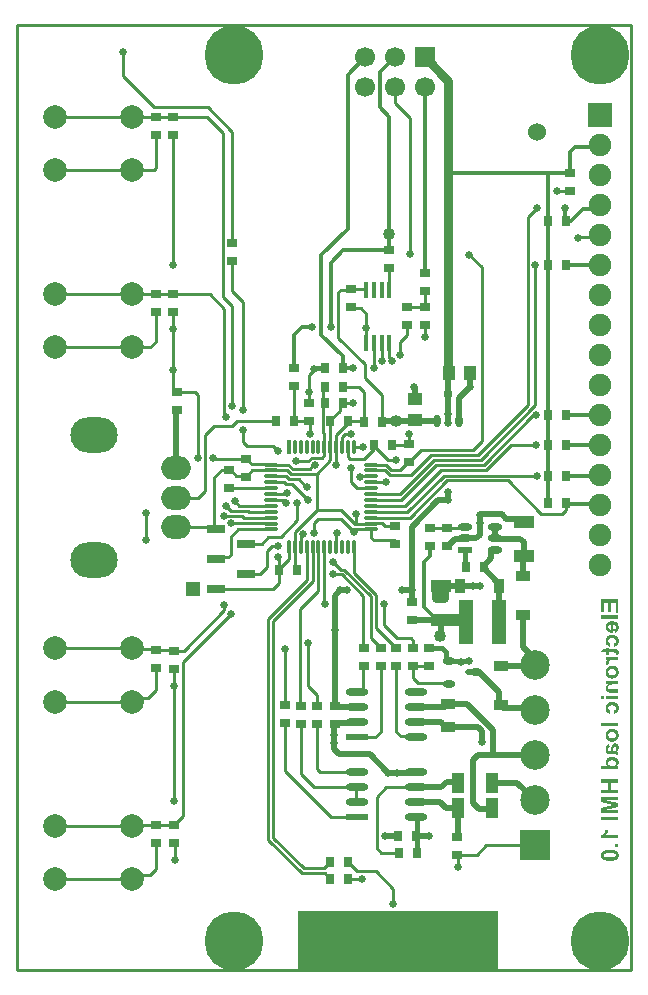
<source format=gbl>
G04*
G04 #@! TF.GenerationSoftware,Altium Limited,Altium Designer,19.0.14 (431)*
G04*
G04 Layer_Physical_Order=2*
G04 Layer_Color=8865052*
%FSLAX25Y25*%
%MOIN*%
G70*
G01*
G75*
%ADD10C,0.01000*%
%ADD11C,0.00700*%
%ADD30C,0.01200*%
%ADD31C,0.02000*%
%ADD32C,0.01500*%
%ADD34C,0.09843*%
%ADD35R,0.09843X0.09843*%
%ADD36C,0.06693*%
%ADD37R,0.06693X0.06693*%
%ADD38C,0.06000*%
%ADD39O,0.15748X0.11811*%
%ADD40O,0.09843X0.07874*%
%ADD41C,0.07874*%
%ADD42C,0.19685*%
%ADD43C,0.07500*%
%ADD44R,0.08000X0.08000*%
%ADD45C,0.02559*%
%ADD46R,0.03543X0.02756*%
%ADD47R,0.03543X0.04724*%
%ADD48R,0.04724X0.03543*%
%ADD49R,0.06000X0.02913*%
%ADD50O,0.01575X0.05512*%
%ADD51R,0.01575X0.05512*%
%ADD52O,0.02362X0.04331*%
%ADD53R,0.04724X0.02362*%
%ADD54O,0.04724X0.02362*%
%ADD55R,0.02756X0.03543*%
%ADD56C,0.04000*%
%ADD57R,0.01181X0.04724*%
%ADD58O,0.01181X0.04724*%
%ADD59O,0.04724X0.01181*%
%ADD60O,0.04331X0.02362*%
%ADD61R,0.07500X0.02400*%
%ADD62O,0.07500X0.02400*%
%ADD63R,0.05118X0.03543*%
%ADD64R,0.05118X0.03937*%
%ADD65R,0.03937X0.05118*%
%ADD66R,0.04331X0.06693*%
%ADD67R,0.04724X0.14567*%
%ADD68R,0.06693X0.04331*%
%ADD69C,0.03000*%
%ADD70C,0.04000*%
%ADD71R,0.04600X0.04527*%
%ADD72R,0.66900X0.19700*%
G36*
X94400Y19900D02*
D01*
D02*
G37*
G36*
X200500Y119091D02*
X199525D01*
Y122309D01*
X197958D01*
Y119421D01*
X196983D01*
Y122309D01*
X195707D01*
Y119204D01*
X194732D01*
Y123471D01*
X200500D01*
Y119091D01*
D02*
G37*
G36*
Y117014D02*
X194732D01*
Y118116D01*
X200500D01*
Y117014D01*
D02*
G37*
G36*
X198602Y116196D02*
X198760Y116189D01*
X198902Y116166D01*
X199038Y116136D01*
X199165Y116106D01*
X199285Y116076D01*
X199390Y116039D01*
X199487Y115994D01*
X199577Y115956D01*
X199660Y115919D01*
X199727Y115889D01*
X199780Y115859D01*
X199825Y115829D01*
X199855Y115806D01*
X199878Y115799D01*
X199885Y115791D01*
X200012Y115686D01*
X200117Y115574D01*
X200215Y115454D01*
X200297Y115319D01*
X200365Y115191D01*
X200425Y115056D01*
X200470Y114921D01*
X200507Y114794D01*
X200537Y114674D01*
X200560Y114554D01*
X200575Y114456D01*
X200583Y114366D01*
X200590Y114291D01*
X200598Y114231D01*
Y114186D01*
X200583Y113939D01*
X200545Y113714D01*
X200500Y113519D01*
X200470Y113436D01*
X200440Y113354D01*
X200410Y113279D01*
X200380Y113219D01*
X200358Y113166D01*
X200335Y113121D01*
X200312Y113084D01*
X200297Y113061D01*
X200283Y113046D01*
Y113039D01*
X200155Y112881D01*
X200005Y112739D01*
X199855Y112626D01*
X199705Y112529D01*
X199570Y112454D01*
X199510Y112431D01*
X199458Y112401D01*
X199420Y112386D01*
X199390Y112371D01*
X199367Y112364D01*
X199360D01*
X199172Y113466D01*
X199285Y113504D01*
X199382Y113549D01*
X199458Y113594D01*
X199525Y113639D01*
X199577Y113684D01*
X199608Y113714D01*
X199630Y113736D01*
X199637Y113744D01*
X199682Y113811D01*
X199713Y113886D01*
X199742Y113954D01*
X199758Y114021D01*
X199765Y114081D01*
X199773Y114126D01*
Y114171D01*
X199758Y114306D01*
X199727Y114434D01*
X199690Y114539D01*
X199637Y114636D01*
X199585Y114711D01*
X199548Y114764D01*
X199518Y114794D01*
X199503Y114809D01*
X199390Y114891D01*
X199262Y114959D01*
X199135Y115004D01*
X199015Y115034D01*
X198902Y115056D01*
X198812Y115064D01*
X198775Y115071D01*
X198752D01*
X198738D01*
X198730D01*
Y112304D01*
X198497D01*
X198287Y112319D01*
X198085Y112341D01*
X197898Y112371D01*
X197732Y112416D01*
X197575Y112454D01*
X197440Y112506D01*
X197312Y112551D01*
X197200Y112604D01*
X197110Y112649D01*
X197028Y112694D01*
X196960Y112739D01*
X196915Y112769D01*
X196878Y112799D01*
X196855Y112814D01*
X196847Y112821D01*
X196735Y112926D01*
X196645Y113039D01*
X196555Y113159D01*
X196487Y113279D01*
X196428Y113399D01*
X196375Y113526D01*
X196337Y113646D01*
X196300Y113759D01*
X196277Y113871D01*
X196255Y113969D01*
X196247Y114059D01*
X196232Y114134D01*
Y114201D01*
X196225Y114246D01*
Y114291D01*
X196232Y114441D01*
X196247Y114591D01*
X196277Y114726D01*
X196315Y114854D01*
X196360Y114981D01*
X196413Y115094D01*
X196465Y115191D01*
X196518Y115289D01*
X196578Y115371D01*
X196630Y115446D01*
X196683Y115514D01*
X196728Y115566D01*
X196765Y115611D01*
X196795Y115641D01*
X196810Y115656D01*
X196818Y115664D01*
X196930Y115761D01*
X197057Y115844D01*
X197185Y115911D01*
X197320Y115979D01*
X197455Y116031D01*
X197590Y116069D01*
X197725Y116106D01*
X197853Y116136D01*
X197973Y116159D01*
X198085Y116174D01*
X198190Y116189D01*
X198273Y116196D01*
X198347D01*
X198400Y116204D01*
X198430D01*
X198445D01*
X198602Y116196D01*
D02*
G37*
G36*
X198610Y111636D02*
X198783Y111621D01*
X198948Y111591D01*
X199105Y111561D01*
X199248Y111516D01*
X199375Y111471D01*
X199495Y111426D01*
X199600Y111374D01*
X199697Y111321D01*
X199780Y111276D01*
X199855Y111231D01*
X199915Y111186D01*
X199960Y111156D01*
X199990Y111126D01*
X200012Y111111D01*
X200020Y111104D01*
X200125Y110999D01*
X200207Y110886D01*
X200290Y110766D01*
X200350Y110646D01*
X200410Y110519D01*
X200455Y110399D01*
X200493Y110279D01*
X200522Y110166D01*
X200553Y110061D01*
X200568Y109956D01*
X200583Y109866D01*
X200590Y109791D01*
Y109731D01*
X200598Y109679D01*
Y109641D01*
X200590Y109491D01*
X200583Y109356D01*
X200560Y109221D01*
X200537Y109101D01*
X200507Y108989D01*
X200478Y108884D01*
X200448Y108786D01*
X200410Y108696D01*
X200373Y108621D01*
X200342Y108554D01*
X200312Y108494D01*
X200283Y108449D01*
X200260Y108411D01*
X200237Y108381D01*
X200230Y108366D01*
X200222Y108359D01*
X200148Y108269D01*
X200065Y108194D01*
X199885Y108051D01*
X199697Y107939D01*
X199510Y107849D01*
X199427Y107819D01*
X199345Y107789D01*
X199277Y107759D01*
X199210Y107744D01*
X199165Y107729D01*
X199120Y107714D01*
X199098Y107706D01*
X199090D01*
X198902Y108794D01*
X199053Y108831D01*
X199188Y108876D01*
X199293Y108921D01*
X199382Y108966D01*
X199443Y109011D01*
X199487Y109049D01*
X199518Y109071D01*
X199525Y109079D01*
X199585Y109161D01*
X199622Y109244D01*
X199653Y109334D01*
X199675Y109416D01*
X199690Y109484D01*
X199697Y109544D01*
Y109596D01*
X199682Y109746D01*
X199653Y109874D01*
X199600Y109994D01*
X199540Y110084D01*
X199487Y110166D01*
X199435Y110219D01*
X199405Y110249D01*
X199390Y110264D01*
X199330Y110309D01*
X199255Y110346D01*
X199098Y110406D01*
X198925Y110451D01*
X198752Y110481D01*
X198588Y110496D01*
X198520Y110504D01*
X198460D01*
X198407Y110511D01*
X198370D01*
X198347D01*
X198340D01*
X198220D01*
X198108Y110504D01*
X198003Y110489D01*
X197913Y110474D01*
X197822Y110459D01*
X197748Y110436D01*
X197672Y110414D01*
X197613Y110391D01*
X197560Y110369D01*
X197515Y110346D01*
X197470Y110324D01*
X197440Y110309D01*
X197403Y110279D01*
X197388Y110271D01*
X197290Y110174D01*
X197215Y110061D01*
X197162Y109949D01*
X197133Y109844D01*
X197110Y109746D01*
X197102Y109671D01*
X197095Y109641D01*
Y109604D01*
X197102Y109491D01*
X197117Y109394D01*
X197148Y109311D01*
X197178Y109236D01*
X197207Y109176D01*
X197238Y109139D01*
X197253Y109109D01*
X197260Y109101D01*
X197327Y109034D01*
X197403Y108981D01*
X197485Y108936D01*
X197567Y108899D01*
X197635Y108876D01*
X197695Y108861D01*
X197732Y108846D01*
X197740D01*
X197748D01*
X197553Y107759D01*
X197432Y107796D01*
X197320Y107841D01*
X197215Y107894D01*
X197117Y107946D01*
X197028Y107999D01*
X196945Y108051D01*
X196870Y108111D01*
X196802Y108164D01*
X196742Y108209D01*
X196697Y108261D01*
X196652Y108299D01*
X196615Y108336D01*
X196592Y108366D01*
X196570Y108389D01*
X196555Y108404D01*
Y108411D01*
X196495Y108501D01*
X196442Y108591D01*
X196368Y108786D01*
X196308Y108989D01*
X196263Y109184D01*
X196255Y109274D01*
X196240Y109356D01*
X196232Y109431D01*
Y109491D01*
X196225Y109544D01*
Y109619D01*
X196232Y109791D01*
X196247Y109949D01*
X196277Y110106D01*
X196315Y110249D01*
X196360Y110376D01*
X196405Y110504D01*
X196458Y110609D01*
X196510Y110714D01*
X196570Y110804D01*
X196623Y110879D01*
X196668Y110946D01*
X196713Y111006D01*
X196750Y111044D01*
X196780Y111081D01*
X196795Y111096D01*
X196802Y111104D01*
X196915Y111201D01*
X197035Y111284D01*
X197162Y111351D01*
X197298Y111419D01*
X197432Y111471D01*
X197567Y111509D01*
X197703Y111546D01*
X197830Y111576D01*
X197950Y111599D01*
X198063Y111614D01*
X198160Y111629D01*
X198250Y111636D01*
X198325D01*
X198378Y111644D01*
X198407D01*
X198423D01*
X198610Y111636D01*
D02*
G37*
G36*
X197200Y106874D02*
X199030D01*
X199135D01*
X199232D01*
X199322D01*
X199398Y106866D01*
X199472D01*
X199532D01*
X199637Y106859D01*
X199720Y106851D01*
X199773D01*
X199802Y106844D01*
X199810D01*
X199908Y106821D01*
X199990Y106799D01*
X200065Y106776D01*
X200125Y106746D01*
X200178Y106724D01*
X200215Y106701D01*
X200237Y106694D01*
X200245Y106686D01*
X200297Y106641D01*
X200350Y106581D01*
X200432Y106469D01*
X200463Y106416D01*
X200485Y106371D01*
X200493Y106341D01*
X200500Y106334D01*
X200530Y106244D01*
X200553Y106146D01*
X200575Y106056D01*
X200583Y105974D01*
X200590Y105906D01*
X200598Y105854D01*
Y105801D01*
X200590Y105621D01*
X200575Y105456D01*
X200545Y105306D01*
X200515Y105179D01*
X200493Y105074D01*
X200463Y104991D01*
X200455Y104961D01*
X200448Y104939D01*
X200440Y104931D01*
Y104924D01*
X199577Y105021D01*
X199615Y105126D01*
X199637Y105216D01*
X199660Y105291D01*
X199668Y105351D01*
X199675Y105404D01*
X199682Y105434D01*
Y105464D01*
X199675Y105539D01*
X199653Y105606D01*
X199637Y105644D01*
X199630Y105651D01*
Y105659D01*
X199585Y105704D01*
X199540Y105734D01*
X199510Y105749D01*
X199495Y105756D01*
X199472D01*
X199443Y105764D01*
X199360D01*
X199262D01*
X199158Y105771D01*
X199060D01*
X198977D01*
X198940D01*
X198917D01*
X198902D01*
X198895D01*
X197200D01*
Y105014D01*
X196323D01*
Y105771D01*
X194837D01*
X195490Y106874D01*
X196323D01*
Y107384D01*
X197200D01*
Y106874D01*
D02*
G37*
G36*
X200500Y103184D02*
X199210D01*
X199015D01*
X198843Y103176D01*
X198685D01*
X198542Y103169D01*
X198415Y103161D01*
X198302Y103154D01*
X198197Y103146D01*
X198115Y103139D01*
X198040Y103131D01*
X197973Y103124D01*
X197927Y103116D01*
X197882Y103109D01*
X197853Y103101D01*
X197830Y103094D01*
X197815D01*
X197695Y103056D01*
X197598Y103019D01*
X197522Y102974D01*
X197455Y102936D01*
X197410Y102899D01*
X197372Y102869D01*
X197357Y102854D01*
X197350Y102846D01*
X197305Y102779D01*
X197275Y102711D01*
X197245Y102644D01*
X197230Y102584D01*
X197222Y102524D01*
X197215Y102479D01*
Y102441D01*
X197222Y102351D01*
X197245Y102261D01*
X197275Y102171D01*
X197305Y102089D01*
X197343Y102021D01*
X197372Y101969D01*
X197395Y101939D01*
X197403Y101924D01*
X196435Y101579D01*
X196368Y101714D01*
X196315Y101841D01*
X196277Y101969D01*
X196247Y102081D01*
X196232Y102171D01*
X196225Y102246D01*
Y102314D01*
X196232Y102411D01*
X196247Y102501D01*
X196270Y102576D01*
X196292Y102651D01*
X196323Y102704D01*
X196345Y102749D01*
X196360Y102779D01*
X196368Y102786D01*
X196428Y102869D01*
X196510Y102951D01*
X196600Y103026D01*
X196697Y103101D01*
X196780Y103161D01*
X196855Y103214D01*
X196885Y103236D01*
X196907Y103244D01*
X196915Y103259D01*
X196323D01*
Y104286D01*
X200500D01*
Y103184D01*
D02*
G37*
G36*
X198617Y101346D02*
X198850Y101316D01*
X198955Y101301D01*
X199060Y101279D01*
X199150Y101249D01*
X199232Y101226D01*
X199315Y101204D01*
X199382Y101174D01*
X199435Y101151D01*
X199487Y101136D01*
X199525Y101114D01*
X199555Y101106D01*
X199570Y101091D01*
X199577D01*
X199758Y100979D01*
X199908Y100851D01*
X200043Y100724D01*
X200148Y100596D01*
X200230Y100484D01*
X200268Y100431D01*
X200290Y100386D01*
X200312Y100356D01*
X200327Y100326D01*
X200342Y100311D01*
Y100304D01*
X200425Y100109D01*
X200493Y99906D01*
X200537Y99726D01*
X200568Y99554D01*
X200575Y99479D01*
X200583Y99411D01*
X200590Y99351D01*
Y99299D01*
X200598Y99261D01*
Y99201D01*
X200590Y99029D01*
X200568Y98871D01*
X200537Y98714D01*
X200500Y98571D01*
X200455Y98436D01*
X200402Y98309D01*
X200342Y98196D01*
X200283Y98084D01*
X200230Y97994D01*
X200170Y97904D01*
X200117Y97836D01*
X200073Y97776D01*
X200035Y97724D01*
X200005Y97694D01*
X199983Y97671D01*
X199975Y97664D01*
X199855Y97559D01*
X199727Y97461D01*
X199600Y97379D01*
X199465Y97311D01*
X199330Y97251D01*
X199203Y97199D01*
X199075Y97161D01*
X198955Y97124D01*
X198843Y97101D01*
X198738Y97079D01*
X198640Y97064D01*
X198557Y97056D01*
X198490D01*
X198445Y97049D01*
X198407D01*
X198400D01*
X198228Y97056D01*
X198063Y97071D01*
X197905Y97101D01*
X197763Y97146D01*
X197627Y97191D01*
X197500Y97244D01*
X197380Y97296D01*
X197275Y97349D01*
X197178Y97409D01*
X197095Y97461D01*
X197020Y97514D01*
X196960Y97559D01*
X196907Y97596D01*
X196878Y97626D01*
X196855Y97649D01*
X196847Y97656D01*
X196735Y97776D01*
X196645Y97896D01*
X196555Y98024D01*
X196487Y98159D01*
X196428Y98286D01*
X196375Y98414D01*
X196337Y98541D01*
X196300Y98661D01*
X196277Y98781D01*
X196255Y98886D01*
X196247Y98976D01*
X196232Y99059D01*
Y99126D01*
X196225Y99171D01*
Y99216D01*
X196240Y99441D01*
X196270Y99644D01*
X196315Y99831D01*
X196360Y99996D01*
X196390Y100071D01*
X196413Y100131D01*
X196435Y100191D01*
X196458Y100236D01*
X196480Y100274D01*
X196487Y100304D01*
X196502Y100319D01*
Y100326D01*
X196615Y100499D01*
X196742Y100656D01*
X196870Y100784D01*
X196997Y100896D01*
X197110Y100979D01*
X197162Y101016D01*
X197207Y101039D01*
X197238Y101061D01*
X197267Y101076D01*
X197283Y101091D01*
X197290D01*
X197485Y101181D01*
X197672Y101249D01*
X197853Y101294D01*
X198018Y101324D01*
X198085Y101339D01*
X198152Y101346D01*
X198213Y101354D01*
X198258D01*
X198302Y101361D01*
X198333D01*
X198347D01*
X198355D01*
X198617Y101346D01*
D02*
G37*
G36*
X200500Y95099D02*
X198610D01*
X198483D01*
X198370Y95091D01*
X198265D01*
X198168Y95084D01*
X198077Y95076D01*
X198003Y95069D01*
X197927Y95061D01*
X197868Y95054D01*
X197815Y95046D01*
X197770Y95039D01*
X197732D01*
X197703Y95031D01*
X197665Y95016D01*
X197650D01*
X197560Y94979D01*
X197470Y94934D01*
X197403Y94881D01*
X197343Y94829D01*
X197290Y94776D01*
X197260Y94739D01*
X197238Y94709D01*
X197230Y94701D01*
X197178Y94611D01*
X197140Y94521D01*
X197110Y94439D01*
X197095Y94356D01*
X197080Y94289D01*
X197073Y94229D01*
Y94184D01*
X197080Y94101D01*
X197088Y94026D01*
X197110Y93959D01*
X197125Y93899D01*
X197148Y93854D01*
X197170Y93824D01*
X197178Y93801D01*
X197185Y93794D01*
X197230Y93741D01*
X197283Y93689D01*
X197335Y93651D01*
X197388Y93621D01*
X197432Y93591D01*
X197470Y93576D01*
X197493Y93561D01*
X197500D01*
X197545Y93546D01*
X197590Y93539D01*
X197650Y93524D01*
X197717Y93516D01*
X197860Y93501D01*
X198010Y93494D01*
X198145Y93486D01*
X198205D01*
X198258D01*
X198302D01*
X198340D01*
X198363D01*
X198370D01*
X200500D01*
Y92384D01*
X197905D01*
X197732D01*
X197582Y92391D01*
X197462Y92406D01*
X197350Y92414D01*
X197267Y92429D01*
X197207Y92444D01*
X197178Y92451D01*
X197162D01*
X197065Y92481D01*
X196983Y92511D01*
X196900Y92549D01*
X196833Y92579D01*
X196773Y92616D01*
X196735Y92646D01*
X196705Y92661D01*
X196697Y92669D01*
X196623Y92729D01*
X196563Y92804D01*
X196502Y92879D01*
X196450Y92954D01*
X196413Y93021D01*
X196382Y93074D01*
X196368Y93111D01*
X196360Y93126D01*
X196315Y93239D01*
X196285Y93359D01*
X196255Y93471D01*
X196240Y93569D01*
X196232Y93659D01*
X196225Y93734D01*
Y93794D01*
X196232Y93944D01*
X196255Y94094D01*
X196292Y94229D01*
X196337Y94364D01*
X196390Y94484D01*
X196450Y94596D01*
X196518Y94701D01*
X196578Y94799D01*
X196645Y94881D01*
X196713Y94956D01*
X196773Y95024D01*
X196825Y95076D01*
X196870Y95121D01*
X196907Y95151D01*
X196930Y95166D01*
X196938Y95174D01*
X196323D01*
Y96201D01*
X200500D01*
Y95099D01*
D02*
G37*
G36*
Y90164D02*
X196323D01*
Y91266D01*
X200500D01*
Y90164D01*
D02*
G37*
G36*
X195753D02*
X194732D01*
Y91266D01*
X195753D01*
Y90164D01*
D02*
G37*
G36*
X198610Y89264D02*
X198783Y89249D01*
X198948Y89219D01*
X199105Y89189D01*
X199248Y89144D01*
X199375Y89099D01*
X199495Y89054D01*
X199600Y89001D01*
X199697Y88949D01*
X199780Y88904D01*
X199855Y88859D01*
X199915Y88814D01*
X199960Y88784D01*
X199990Y88754D01*
X200012Y88739D01*
X200020Y88731D01*
X200125Y88626D01*
X200207Y88514D01*
X200290Y88394D01*
X200350Y88274D01*
X200410Y88146D01*
X200455Y88026D01*
X200493Y87906D01*
X200522Y87794D01*
X200553Y87689D01*
X200568Y87584D01*
X200583Y87494D01*
X200590Y87419D01*
Y87359D01*
X200598Y87306D01*
Y87269D01*
X200590Y87119D01*
X200583Y86984D01*
X200560Y86849D01*
X200537Y86729D01*
X200507Y86616D01*
X200478Y86511D01*
X200448Y86414D01*
X200410Y86324D01*
X200373Y86249D01*
X200342Y86181D01*
X200312Y86121D01*
X200283Y86076D01*
X200260Y86039D01*
X200237Y86009D01*
X200230Y85994D01*
X200222Y85986D01*
X200148Y85896D01*
X200065Y85821D01*
X199885Y85679D01*
X199697Y85566D01*
X199510Y85476D01*
X199427Y85446D01*
X199345Y85416D01*
X199277Y85386D01*
X199210Y85371D01*
X199165Y85356D01*
X199120Y85341D01*
X199098Y85334D01*
X199090D01*
X198902Y86421D01*
X199053Y86459D01*
X199188Y86504D01*
X199293Y86549D01*
X199382Y86594D01*
X199443Y86639D01*
X199487Y86676D01*
X199518Y86699D01*
X199525Y86706D01*
X199585Y86789D01*
X199622Y86871D01*
X199653Y86961D01*
X199675Y87044D01*
X199690Y87111D01*
X199697Y87171D01*
Y87224D01*
X199682Y87374D01*
X199653Y87501D01*
X199600Y87621D01*
X199540Y87711D01*
X199487Y87794D01*
X199435Y87846D01*
X199405Y87876D01*
X199390Y87891D01*
X199330Y87936D01*
X199255Y87974D01*
X199098Y88034D01*
X198925Y88079D01*
X198752Y88109D01*
X198588Y88124D01*
X198520Y88131D01*
X198460D01*
X198407Y88139D01*
X198370D01*
X198347D01*
X198340D01*
X198220D01*
X198108Y88131D01*
X198003Y88116D01*
X197913Y88101D01*
X197822Y88086D01*
X197748Y88064D01*
X197672Y88041D01*
X197613Y88019D01*
X197560Y87996D01*
X197515Y87974D01*
X197470Y87951D01*
X197440Y87936D01*
X197403Y87906D01*
X197388Y87899D01*
X197290Y87801D01*
X197215Y87689D01*
X197162Y87576D01*
X197133Y87471D01*
X197110Y87374D01*
X197102Y87299D01*
X197095Y87269D01*
Y87231D01*
X197102Y87119D01*
X197117Y87021D01*
X197148Y86939D01*
X197178Y86864D01*
X197207Y86804D01*
X197238Y86766D01*
X197253Y86736D01*
X197260Y86729D01*
X197327Y86661D01*
X197403Y86609D01*
X197485Y86564D01*
X197567Y86526D01*
X197635Y86504D01*
X197695Y86489D01*
X197732Y86474D01*
X197740D01*
X197748D01*
X197553Y85386D01*
X197432Y85424D01*
X197320Y85469D01*
X197215Y85521D01*
X197117Y85574D01*
X197028Y85626D01*
X196945Y85679D01*
X196870Y85739D01*
X196802Y85791D01*
X196742Y85836D01*
X196697Y85889D01*
X196652Y85926D01*
X196615Y85964D01*
X196592Y85994D01*
X196570Y86016D01*
X196555Y86031D01*
Y86039D01*
X196495Y86129D01*
X196442Y86219D01*
X196368Y86414D01*
X196308Y86616D01*
X196263Y86811D01*
X196255Y86901D01*
X196240Y86984D01*
X196232Y87059D01*
Y87119D01*
X196225Y87171D01*
Y87246D01*
X196232Y87419D01*
X196247Y87576D01*
X196277Y87734D01*
X196315Y87876D01*
X196360Y88004D01*
X196405Y88131D01*
X196458Y88236D01*
X196510Y88341D01*
X196570Y88431D01*
X196623Y88506D01*
X196668Y88574D01*
X196713Y88634D01*
X196750Y88671D01*
X196780Y88709D01*
X196795Y88724D01*
X196802Y88731D01*
X196915Y88829D01*
X197035Y88911D01*
X197162Y88979D01*
X197298Y89046D01*
X197432Y89099D01*
X197567Y89136D01*
X197703Y89174D01*
X197830Y89204D01*
X197950Y89226D01*
X198063Y89241D01*
X198160Y89256D01*
X198250Y89264D01*
X198325D01*
X198378Y89271D01*
X198407D01*
X198423D01*
X198610Y89264D01*
D02*
G37*
G36*
X200500Y81216D02*
X194732D01*
Y82319D01*
X200500D01*
Y81216D01*
D02*
G37*
G36*
X198617Y80324D02*
X198850Y80294D01*
X198955Y80279D01*
X199060Y80256D01*
X199150Y80226D01*
X199232Y80204D01*
X199315Y80181D01*
X199382Y80151D01*
X199435Y80129D01*
X199487Y80114D01*
X199525Y80091D01*
X199555Y80084D01*
X199570Y80069D01*
X199577D01*
X199758Y79956D01*
X199908Y79829D01*
X200043Y79701D01*
X200148Y79574D01*
X200230Y79461D01*
X200268Y79409D01*
X200290Y79364D01*
X200312Y79334D01*
X200327Y79304D01*
X200342Y79289D01*
Y79281D01*
X200425Y79086D01*
X200493Y78884D01*
X200537Y78704D01*
X200568Y78531D01*
X200575Y78456D01*
X200583Y78389D01*
X200590Y78329D01*
Y78276D01*
X200598Y78239D01*
Y78179D01*
X200590Y78006D01*
X200568Y77849D01*
X200537Y77691D01*
X200500Y77549D01*
X200455Y77414D01*
X200402Y77286D01*
X200342Y77174D01*
X200283Y77061D01*
X200230Y76971D01*
X200170Y76881D01*
X200117Y76814D01*
X200073Y76754D01*
X200035Y76701D01*
X200005Y76671D01*
X199983Y76649D01*
X199975Y76641D01*
X199855Y76536D01*
X199727Y76439D01*
X199600Y76356D01*
X199465Y76289D01*
X199330Y76229D01*
X199203Y76176D01*
X199075Y76139D01*
X198955Y76101D01*
X198843Y76079D01*
X198738Y76056D01*
X198640Y76041D01*
X198557Y76034D01*
X198490D01*
X198445Y76026D01*
X198407D01*
X198400D01*
X198228Y76034D01*
X198063Y76049D01*
X197905Y76079D01*
X197763Y76124D01*
X197627Y76169D01*
X197500Y76221D01*
X197380Y76274D01*
X197275Y76326D01*
X197178Y76386D01*
X197095Y76439D01*
X197020Y76491D01*
X196960Y76536D01*
X196907Y76574D01*
X196878Y76604D01*
X196855Y76626D01*
X196847Y76634D01*
X196735Y76754D01*
X196645Y76874D01*
X196555Y77001D01*
X196487Y77136D01*
X196428Y77264D01*
X196375Y77391D01*
X196337Y77519D01*
X196300Y77639D01*
X196277Y77759D01*
X196255Y77864D01*
X196247Y77954D01*
X196232Y78036D01*
Y78104D01*
X196225Y78149D01*
Y78194D01*
X196240Y78419D01*
X196270Y78621D01*
X196315Y78809D01*
X196360Y78974D01*
X196390Y79049D01*
X196413Y79109D01*
X196435Y79169D01*
X196458Y79214D01*
X196480Y79251D01*
X196487Y79281D01*
X196502Y79296D01*
Y79304D01*
X196615Y79476D01*
X196742Y79634D01*
X196870Y79761D01*
X196997Y79874D01*
X197110Y79956D01*
X197162Y79994D01*
X197207Y80016D01*
X197238Y80039D01*
X197267Y80054D01*
X197283Y80069D01*
X197290D01*
X197485Y80159D01*
X197672Y80226D01*
X197853Y80271D01*
X198018Y80301D01*
X198085Y80316D01*
X198152Y80324D01*
X198213Y80331D01*
X198258D01*
X198302Y80339D01*
X198333D01*
X198347D01*
X198355D01*
X198617Y80324D01*
D02*
G37*
G36*
X199465Y75449D02*
X199555Y75441D01*
X199727Y75396D01*
X199885Y75336D01*
X200012Y75269D01*
X200110Y75201D01*
X200192Y75149D01*
X200215Y75119D01*
X200237Y75104D01*
X200245Y75096D01*
X200253Y75089D01*
X200312Y75014D01*
X200365Y74939D01*
X200455Y74774D01*
X200515Y74601D01*
X200553Y74436D01*
X200583Y74294D01*
X200590Y74226D01*
Y74174D01*
X200598Y74129D01*
Y74069D01*
X200590Y73934D01*
X200575Y73806D01*
X200553Y73694D01*
X200530Y73589D01*
X200507Y73506D01*
X200485Y73439D01*
X200470Y73401D01*
X200463Y73386D01*
X200402Y73266D01*
X200342Y73154D01*
X200275Y73049D01*
X200207Y72959D01*
X200148Y72884D01*
X200095Y72831D01*
X200065Y72794D01*
X200050Y72779D01*
X200080Y72764D01*
X200125Y72756D01*
X200163Y72741D01*
X200170D01*
X200178D01*
X200253Y72719D01*
X200320Y72696D01*
X200373Y72674D01*
X200417Y72659D01*
X200455Y72644D01*
X200478Y72636D01*
X200493Y72629D01*
X200500D01*
Y71534D01*
X200395Y71586D01*
X200290Y71631D01*
X200192Y71661D01*
X200110Y71691D01*
X200043Y71714D01*
X199990Y71729D01*
X199960Y71736D01*
X199945D01*
X199832Y71751D01*
X199705Y71766D01*
X199570Y71774D01*
X199435Y71781D01*
X199315Y71789D01*
X199262D01*
X199217D01*
X199180D01*
X199150D01*
X199135D01*
X199127D01*
X197837Y71774D01*
X197710D01*
X197590Y71781D01*
X197477Y71789D01*
X197380Y71796D01*
X197290Y71811D01*
X197207Y71819D01*
X197133Y71834D01*
X197073Y71849D01*
X197020Y71864D01*
X196967Y71879D01*
X196930Y71886D01*
X196900Y71901D01*
X196862Y71916D01*
X196847Y71924D01*
X196750Y71991D01*
X196668Y72066D01*
X196585Y72149D01*
X196525Y72231D01*
X196473Y72314D01*
X196435Y72374D01*
X196413Y72419D01*
X196405Y72426D01*
Y72434D01*
X196375Y72509D01*
X196345Y72584D01*
X196300Y72756D01*
X196270Y72944D01*
X196247Y73116D01*
X196240Y73206D01*
X196232Y73281D01*
Y73356D01*
X196225Y73416D01*
Y73686D01*
X196240Y73821D01*
X196255Y73956D01*
X196270Y74076D01*
X196292Y74181D01*
X196323Y74286D01*
X196345Y74376D01*
X196375Y74459D01*
X196405Y74526D01*
X196428Y74594D01*
X196458Y74646D01*
X196480Y74691D01*
X196495Y74721D01*
X196510Y74744D01*
X196525Y74759D01*
Y74766D01*
X196645Y74909D01*
X196788Y75029D01*
X196938Y75134D01*
X197088Y75209D01*
X197215Y75269D01*
X197275Y75291D01*
X197327Y75314D01*
X197365Y75329D01*
X197395Y75336D01*
X197417Y75344D01*
X197425D01*
X197605Y74346D01*
X197500Y74309D01*
X197417Y74264D01*
X197343Y74219D01*
X197290Y74181D01*
X197245Y74144D01*
X197215Y74114D01*
X197200Y74091D01*
X197193Y74084D01*
X197155Y74016D01*
X197125Y73941D01*
X197102Y73866D01*
X197088Y73791D01*
X197080Y73724D01*
X197073Y73671D01*
Y73619D01*
X197080Y73469D01*
X197095Y73341D01*
X197117Y73236D01*
X197140Y73161D01*
X197170Y73101D01*
X197193Y73056D01*
X197207Y73034D01*
X197215Y73026D01*
X197275Y72974D01*
X197343Y72929D01*
X197417Y72899D01*
X197500Y72884D01*
X197567Y72869D01*
X197627Y72861D01*
X197665D01*
X197672D01*
X197680D01*
X197785D01*
X197808Y72921D01*
X197830Y72996D01*
X197860Y73071D01*
X197882Y73154D01*
X197927Y73334D01*
X197973Y73514D01*
X198010Y73679D01*
X198025Y73754D01*
X198040Y73814D01*
X198047Y73866D01*
X198055Y73904D01*
X198063Y73934D01*
Y73941D01*
X198100Y74144D01*
X198145Y74316D01*
X198190Y74466D01*
X198228Y74594D01*
X198265Y74691D01*
X198295Y74759D01*
X198310Y74804D01*
X198318Y74819D01*
X198378Y74924D01*
X198445Y75021D01*
X198512Y75096D01*
X198580Y75164D01*
X198640Y75224D01*
X198693Y75261D01*
X198723Y75284D01*
X198738Y75291D01*
X198843Y75344D01*
X198955Y75389D01*
X199060Y75419D01*
X199158Y75434D01*
X199240Y75449D01*
X199308Y75456D01*
X199353D01*
X199360D01*
X199367D01*
X199465Y75449D01*
D02*
G37*
G36*
X198588Y70926D02*
X198767Y70911D01*
X198940Y70889D01*
X199090Y70851D01*
X199240Y70814D01*
X199367Y70769D01*
X199495Y70724D01*
X199600Y70679D01*
X199697Y70634D01*
X199780Y70581D01*
X199855Y70544D01*
X199915Y70506D01*
X199960Y70469D01*
X199990Y70446D01*
X200012Y70431D01*
X200020Y70424D01*
X200125Y70326D01*
X200207Y70221D01*
X200290Y70124D01*
X200350Y70019D01*
X200410Y69914D01*
X200455Y69809D01*
X200493Y69711D01*
X200522Y69614D01*
X200553Y69531D01*
X200568Y69449D01*
X200583Y69374D01*
X200590Y69314D01*
Y69261D01*
X200598Y69224D01*
Y69194D01*
X200590Y69059D01*
X200568Y68931D01*
X200545Y68811D01*
X200507Y68706D01*
X200478Y68616D01*
X200455Y68549D01*
X200432Y68504D01*
X200425Y68489D01*
X200350Y68361D01*
X200268Y68249D01*
X200178Y68144D01*
X200087Y68054D01*
X200012Y67979D01*
X199952Y67926D01*
X199908Y67896D01*
X199900Y67881D01*
X200500D01*
Y66854D01*
X194732D01*
Y67956D01*
X196810D01*
X196705Y68054D01*
X196615Y68159D01*
X196540Y68264D01*
X196473Y68361D01*
X196413Y68466D01*
X196368Y68571D01*
X196330Y68669D01*
X196300Y68759D01*
X196277Y68841D01*
X196255Y68924D01*
X196240Y68991D01*
X196232Y69051D01*
X196225Y69104D01*
Y69171D01*
X196232Y69314D01*
X196247Y69449D01*
X196277Y69569D01*
X196315Y69689D01*
X196353Y69801D01*
X196397Y69906D01*
X196450Y70004D01*
X196502Y70094D01*
X196555Y70169D01*
X196607Y70236D01*
X196652Y70296D01*
X196690Y70349D01*
X196728Y70386D01*
X196757Y70416D01*
X196773Y70431D01*
X196780Y70439D01*
X196892Y70529D01*
X197005Y70604D01*
X197133Y70671D01*
X197267Y70724D01*
X197403Y70776D01*
X197538Y70814D01*
X197800Y70874D01*
X197920Y70889D01*
X198032Y70904D01*
X198137Y70919D01*
X198228Y70926D01*
X198295Y70934D01*
X198355D01*
X198385D01*
X198400D01*
X198588Y70926D01*
D02*
G37*
G36*
X200500Y62354D02*
X197980D01*
Y60066D01*
X200500D01*
Y58904D01*
X194732D01*
Y60066D01*
X197005D01*
Y62354D01*
X194732D01*
Y63516D01*
X200500D01*
Y62354D01*
D02*
G37*
G36*
Y56639D02*
X195963D01*
X200500Y55506D01*
Y54381D01*
X195963Y53241D01*
X200500Y53234D01*
Y52154D01*
X194732D01*
Y53901D01*
X198670Y54936D01*
X194732Y55979D01*
Y57719D01*
X200500D01*
Y56639D01*
D02*
G37*
G36*
Y49866D02*
X194732D01*
Y51029D01*
X200500D01*
Y49866D01*
D02*
G37*
G36*
X197057Y46176D02*
X196923Y45899D01*
X196855Y45779D01*
X196788Y45659D01*
X196720Y45546D01*
X196652Y45449D01*
X196585Y45359D01*
X196532Y45276D01*
X196473Y45209D01*
X196428Y45149D01*
X196390Y45104D01*
X196360Y45074D01*
X196345Y45051D01*
X196337Y45044D01*
X200500D01*
Y43941D01*
X194702D01*
Y44841D01*
X194800Y44879D01*
X194897Y44924D01*
X195070Y45029D01*
X195228Y45141D01*
X195370Y45261D01*
X195475Y45366D01*
X195528Y45411D01*
X195565Y45456D01*
X195595Y45494D01*
X195617Y45516D01*
X195625Y45531D01*
X195633Y45539D01*
X195767Y45726D01*
X195880Y45899D01*
X195977Y46056D01*
X196045Y46191D01*
X196098Y46304D01*
X196120Y46356D01*
X196135Y46394D01*
X196150Y46424D01*
X196158Y46446D01*
X196165Y46461D01*
Y46469D01*
X197170D01*
X197057Y46176D01*
D02*
G37*
G36*
X200500Y40949D02*
X199398D01*
Y42051D01*
X200500D01*
Y40949D01*
D02*
G37*
G36*
X197950Y40049D02*
X198228Y40034D01*
X198483Y40011D01*
X198715Y39974D01*
X198925Y39936D01*
X199112Y39891D01*
X199277Y39846D01*
X199427Y39801D01*
X199555Y39756D01*
X199668Y39704D01*
X199758Y39666D01*
X199832Y39629D01*
X199892Y39591D01*
X199930Y39569D01*
X199952Y39554D01*
X199960Y39546D01*
X200073Y39449D01*
X200170Y39336D01*
X200260Y39231D01*
X200335Y39119D01*
X200395Y38999D01*
X200448Y38886D01*
X200493Y38781D01*
X200522Y38676D01*
X200553Y38571D01*
X200568Y38481D01*
X200583Y38399D01*
X200598Y38331D01*
Y38271D01*
X200605Y38226D01*
Y38189D01*
X200598Y38039D01*
X200583Y37889D01*
X200553Y37754D01*
X200515Y37634D01*
X200470Y37514D01*
X200417Y37409D01*
X200365Y37311D01*
X200312Y37221D01*
X200260Y37146D01*
X200207Y37071D01*
X200155Y37019D01*
X200110Y36966D01*
X200073Y36929D01*
X200043Y36906D01*
X200027Y36891D01*
X200020Y36884D01*
X199878Y36786D01*
X199713Y36696D01*
X199532Y36621D01*
X199345Y36554D01*
X199150Y36501D01*
X198955Y36456D01*
X198760Y36411D01*
X198565Y36381D01*
X198385Y36359D01*
X198213Y36344D01*
X198063Y36329D01*
X197927Y36321D01*
X197815Y36314D01*
X197770D01*
X197732D01*
X197695D01*
X197672D01*
X197665D01*
X197658D01*
X197357Y36321D01*
X197088Y36336D01*
X196833Y36366D01*
X196600Y36404D01*
X196382Y36441D01*
X196187Y36494D01*
X196015Y36539D01*
X195865Y36591D01*
X195730Y36644D01*
X195617Y36696D01*
X195520Y36749D01*
X195438Y36786D01*
X195378Y36824D01*
X195333Y36854D01*
X195310Y36869D01*
X195302Y36876D01*
X195197Y36966D01*
X195107Y37071D01*
X195025Y37176D01*
X194957Y37281D01*
X194897Y37386D01*
X194845Y37499D01*
X194808Y37604D01*
X194778Y37709D01*
X194755Y37806D01*
X194732Y37896D01*
X194718Y37979D01*
X194710Y38046D01*
X194702Y38106D01*
Y38189D01*
X194710Y38339D01*
X194725Y38489D01*
X194755Y38624D01*
X194792Y38744D01*
X194837Y38864D01*
X194890Y38969D01*
X194942Y39066D01*
X194995Y39156D01*
X195055Y39231D01*
X195107Y39299D01*
X195160Y39359D01*
X195205Y39411D01*
X195243Y39449D01*
X195273Y39471D01*
X195288Y39486D01*
X195295Y39494D01*
X195438Y39591D01*
X195603Y39681D01*
X195782Y39756D01*
X195970Y39816D01*
X196158Y39876D01*
X196360Y39921D01*
X196555Y39959D01*
X196742Y39989D01*
X196923Y40011D01*
X197095Y40026D01*
X197245Y40041D01*
X197380Y40049D01*
X197493D01*
X197538Y40056D01*
X197575D01*
X197613D01*
X197627D01*
X197643D01*
X197650D01*
X197950Y40049D01*
D02*
G37*
%LPC*%
G36*
X198055Y115056D02*
X197898Y115049D01*
X197755Y115019D01*
X197635Y114981D01*
X197530Y114936D01*
X197448Y114899D01*
X197388Y114861D01*
X197357Y114831D01*
X197343Y114824D01*
X197253Y114726D01*
X197185Y114629D01*
X197140Y114531D01*
X197102Y114434D01*
X197088Y114351D01*
X197080Y114284D01*
X197073Y114239D01*
Y114224D01*
X197080Y114104D01*
X197110Y113991D01*
X197155Y113894D01*
X197200Y113811D01*
X197245Y113744D01*
X197290Y113699D01*
X197320Y113661D01*
X197327Y113654D01*
X197432Y113571D01*
X197545Y113511D01*
X197665Y113466D01*
X197785Y113436D01*
X197890Y113414D01*
X197973Y113406D01*
X198010Y113399D01*
X198032D01*
X198047D01*
X198055D01*
Y115056D01*
D02*
G37*
G36*
X198475Y100229D02*
X198445D01*
X198423D01*
X198415D01*
X198197Y100214D01*
X198003Y100184D01*
X197837Y100139D01*
X197703Y100079D01*
X197598Y100026D01*
X197560Y100004D01*
X197522Y99981D01*
X197500Y99966D01*
X197477Y99951D01*
X197462Y99936D01*
X197403Y99876D01*
X197350Y99824D01*
X197267Y99696D01*
X197207Y99576D01*
X197170Y99464D01*
X197140Y99359D01*
X197133Y99284D01*
X197125Y99254D01*
Y99126D01*
X197140Y99051D01*
X197178Y98916D01*
X197230Y98796D01*
X197290Y98691D01*
X197357Y98601D01*
X197410Y98541D01*
X197448Y98504D01*
X197455Y98489D01*
X197462D01*
X197598Y98391D01*
X197748Y98316D01*
X197905Y98264D01*
X198055Y98226D01*
X198197Y98204D01*
X198258Y98196D01*
X198302D01*
X198347Y98189D01*
X198378D01*
X198400D01*
X198407D01*
X198633Y98204D01*
X198820Y98234D01*
X198985Y98286D01*
X199120Y98339D01*
X199232Y98391D01*
X199270Y98421D01*
X199308Y98444D01*
X199330Y98459D01*
X199353Y98474D01*
X199360Y98489D01*
X199367D01*
X199427Y98541D01*
X199472Y98601D01*
X199555Y98721D01*
X199615Y98841D01*
X199653Y98961D01*
X199682Y99059D01*
X199690Y99134D01*
X199697Y99164D01*
Y99209D01*
X199690Y99291D01*
X199682Y99366D01*
X199645Y99509D01*
X199592Y99629D01*
X199532Y99734D01*
X199472Y99824D01*
X199420Y99884D01*
X199382Y99921D01*
X199367Y99936D01*
X199232Y100034D01*
X199083Y100109D01*
X198917Y100154D01*
X198767Y100191D01*
X198633Y100214D01*
X198573Y100221D01*
X198520D01*
X198475Y100229D01*
D02*
G37*
G36*
Y79206D02*
X198445D01*
X198423D01*
X198415D01*
X198197Y79191D01*
X198003Y79161D01*
X197837Y79116D01*
X197703Y79056D01*
X197598Y79004D01*
X197560Y78981D01*
X197522Y78959D01*
X197500Y78944D01*
X197477Y78929D01*
X197462Y78914D01*
X197403Y78854D01*
X197350Y78801D01*
X197267Y78674D01*
X197207Y78554D01*
X197170Y78441D01*
X197140Y78336D01*
X197133Y78261D01*
X197125Y78231D01*
Y78104D01*
X197140Y78029D01*
X197178Y77894D01*
X197230Y77774D01*
X197290Y77669D01*
X197357Y77579D01*
X197410Y77519D01*
X197448Y77481D01*
X197455Y77466D01*
X197462D01*
X197598Y77369D01*
X197748Y77294D01*
X197905Y77241D01*
X198055Y77204D01*
X198197Y77181D01*
X198258Y77174D01*
X198302D01*
X198347Y77166D01*
X198378D01*
X198400D01*
X198407D01*
X198633Y77181D01*
X198820Y77211D01*
X198985Y77264D01*
X199120Y77316D01*
X199232Y77369D01*
X199270Y77399D01*
X199308Y77421D01*
X199330Y77436D01*
X199353Y77451D01*
X199360Y77466D01*
X199367D01*
X199427Y77519D01*
X199472Y77579D01*
X199555Y77699D01*
X199615Y77819D01*
X199653Y77939D01*
X199682Y78036D01*
X199690Y78111D01*
X199697Y78141D01*
Y78186D01*
X199690Y78269D01*
X199682Y78344D01*
X199645Y78486D01*
X199592Y78606D01*
X199532Y78711D01*
X199472Y78801D01*
X199420Y78861D01*
X199382Y78899D01*
X199367Y78914D01*
X199232Y79011D01*
X199083Y79086D01*
X198917Y79131D01*
X198767Y79169D01*
X198633Y79191D01*
X198573Y79199D01*
X198520D01*
X198475Y79206D01*
D02*
G37*
G36*
X199293Y74354D02*
X199262D01*
X199255D01*
X199172Y74346D01*
X199098Y74324D01*
X199030Y74286D01*
X198970Y74249D01*
X198925Y74211D01*
X198895Y74174D01*
X198872Y74151D01*
X198865Y74144D01*
X198828Y74076D01*
X198798Y73986D01*
X198767Y73889D01*
X198738Y73791D01*
X198715Y73694D01*
X198693Y73619D01*
X198685Y73589D01*
Y73566D01*
X198678Y73551D01*
Y73544D01*
X198640Y73379D01*
X198610Y73244D01*
X198580Y73124D01*
X198557Y73026D01*
X198535Y72951D01*
X198520Y72899D01*
X198505Y72869D01*
Y72861D01*
X198730D01*
X198865D01*
X198977Y72869D01*
X199067Y72876D01*
X199143Y72884D01*
X199195Y72891D01*
X199232Y72899D01*
X199255Y72906D01*
X199262D01*
X199337Y72936D01*
X199413Y72974D01*
X199472Y73019D01*
X199525Y73064D01*
X199563Y73101D01*
X199600Y73139D01*
X199615Y73161D01*
X199622Y73169D01*
X199690Y73274D01*
X199735Y73379D01*
X199773Y73476D01*
X199795Y73559D01*
X199810Y73634D01*
X199818Y73694D01*
Y73746D01*
X199810Y73844D01*
X199795Y73926D01*
X199765Y74001D01*
X199735Y74061D01*
X199705Y74114D01*
X199675Y74151D01*
X199660Y74174D01*
X199653Y74181D01*
X199585Y74241D01*
X199518Y74279D01*
X199458Y74309D01*
X199390Y74331D01*
X199337Y74346D01*
X199293Y74354D01*
D02*
G37*
G36*
X198438Y69801D02*
X198392D01*
X198355D01*
X198333D01*
X198325D01*
X198108Y69786D01*
X197913Y69756D01*
X197755Y69719D01*
X197620Y69666D01*
X197522Y69621D01*
X197448Y69576D01*
X197403Y69546D01*
X197388Y69539D01*
X197283Y69434D01*
X197207Y69321D01*
X197148Y69216D01*
X197110Y69111D01*
X197088Y69021D01*
X197080Y68946D01*
X197073Y68916D01*
Y68804D01*
X197088Y68736D01*
X197125Y68601D01*
X197178Y68489D01*
X197230Y68391D01*
X197290Y68316D01*
X197343Y68256D01*
X197380Y68226D01*
X197388Y68211D01*
X197395D01*
X197455Y68166D01*
X197530Y68121D01*
X197687Y68061D01*
X197860Y68016D01*
X198032Y67979D01*
X198182Y67964D01*
X198250Y67956D01*
X198310D01*
X198363Y67949D01*
X198400D01*
X198423D01*
X198430D01*
X198550D01*
X198662Y67964D01*
X198760Y67971D01*
X198857Y67994D01*
X198948Y68009D01*
X199022Y68031D01*
X199098Y68061D01*
X199165Y68084D01*
X199217Y68106D01*
X199270Y68136D01*
X199308Y68159D01*
X199345Y68174D01*
X199367Y68196D01*
X199390Y68204D01*
X199398Y68219D01*
X199405D01*
X199465Y68271D01*
X199510Y68324D01*
X199592Y68436D01*
X199645Y68541D01*
X199690Y68646D01*
X199713Y68736D01*
X199720Y68804D01*
X199727Y68834D01*
Y68871D01*
X199720Y68961D01*
X199713Y69044D01*
X199690Y69119D01*
X199660Y69194D01*
X199592Y69321D01*
X199510Y69426D01*
X199435Y69509D01*
X199367Y69569D01*
X199337Y69591D01*
X199315Y69606D01*
X199308Y69621D01*
X199300D01*
X199240Y69651D01*
X199172Y69681D01*
X199022Y69726D01*
X198857Y69756D01*
X198700Y69779D01*
X198557Y69794D01*
X198490D01*
X198438Y69801D01*
D02*
G37*
G36*
X197905Y38901D02*
X197822D01*
X197755D01*
X197703D01*
X197672D01*
X197658D01*
X197470D01*
X197305Y38894D01*
X197148D01*
X196997Y38886D01*
X196870Y38871D01*
X196750Y38864D01*
X196645Y38856D01*
X196547Y38841D01*
X196473Y38834D01*
X196397Y38826D01*
X196337Y38811D01*
X196292Y38804D01*
X196255Y38796D01*
X196232D01*
X196218Y38789D01*
X196210D01*
X196098Y38751D01*
X196000Y38714D01*
X195917Y38676D01*
X195858Y38639D01*
X195812Y38601D01*
X195775Y38571D01*
X195760Y38556D01*
X195753Y38549D01*
X195707Y38489D01*
X195677Y38429D01*
X195648Y38369D01*
X195633Y38309D01*
X195625Y38264D01*
X195617Y38226D01*
Y38189D01*
X195625Y38114D01*
X195640Y38046D01*
X195662Y37986D01*
X195685Y37934D01*
X195707Y37896D01*
X195730Y37866D01*
X195745Y37844D01*
X195753Y37836D01*
X195812Y37776D01*
X195887Y37731D01*
X195970Y37686D01*
X196053Y37649D01*
X196135Y37619D01*
X196203Y37589D01*
X196247Y37581D01*
X196255Y37574D01*
X196263D01*
X196337Y37559D01*
X196428Y37536D01*
X196532Y37521D01*
X196637Y37514D01*
X196870Y37491D01*
X197102Y37484D01*
X197207Y37476D01*
X197312D01*
X197410Y37469D01*
X197493D01*
X197560D01*
X197613D01*
X197643D01*
X197658D01*
X197845D01*
X198010Y37476D01*
X198168D01*
X198310Y37484D01*
X198445Y37499D01*
X198565Y37506D01*
X198670Y37514D01*
X198760Y37529D01*
X198843Y37536D01*
X198917Y37551D01*
X198977Y37559D01*
X199022Y37566D01*
X199060Y37574D01*
X199083Y37581D01*
X199098Y37589D01*
X199105D01*
X199217Y37626D01*
X199315Y37664D01*
X199398Y37701D01*
X199458Y37739D01*
X199503Y37776D01*
X199540Y37806D01*
X199555Y37821D01*
X199563Y37829D01*
X199608Y37889D01*
X199637Y37949D01*
X199660Y38009D01*
X199675Y38069D01*
X199682Y38114D01*
X199690Y38151D01*
Y38189D01*
X199682Y38264D01*
X199668Y38331D01*
X199653Y38391D01*
X199630Y38444D01*
X199608Y38489D01*
X199585Y38519D01*
X199577Y38541D01*
X199570Y38549D01*
X199510Y38601D01*
X199435Y38654D01*
X199353Y38699D01*
X199270Y38729D01*
X199188Y38759D01*
X199120Y38781D01*
X199075Y38796D01*
X199067Y38804D01*
X199060D01*
X198977Y38819D01*
X198888Y38834D01*
X198790Y38849D01*
X198678Y38856D01*
X198445Y38879D01*
X198213Y38886D01*
X198108Y38894D01*
X198003D01*
X197905Y38901D01*
D02*
G37*
%LPD*%
D10*
X155100Y176237D02*
Y234100D01*
X152063Y173200D02*
X155100Y176237D01*
X134600Y173200D02*
X152063D01*
X153700Y171600D02*
X170358Y188258D01*
X138000Y171600D02*
X153700D01*
X154718Y170000D02*
X172838Y188120D01*
X139071Y170000D02*
X154718D01*
X127656Y158584D02*
X139071Y170000D01*
X131218Y164818D02*
X138000Y171600D01*
X130600Y169200D02*
X134600Y173200D01*
X139733Y168388D02*
X155588D01*
X127961Y156616D02*
X139733Y168388D01*
X155588D02*
X172138Y184938D01*
X71800Y242300D02*
Y279400D01*
X63600Y287600D02*
X71800Y279400D01*
X45600Y287600D02*
X63600D01*
X71800Y226200D02*
X75400Y222600D01*
Y186760D02*
Y222600D01*
X76694Y174506D02*
X85194D01*
X75200Y176000D02*
X76694Y174506D01*
X75200Y176000D02*
Y179967D01*
X85194Y174506D02*
X86900Y172800D01*
X73276Y182776D02*
X86300D01*
X71764Y181264D02*
X73276Y182776D01*
X65815Y181264D02*
X71764D01*
X69144Y184808D02*
X69569Y184384D01*
X69144Y184808D02*
Y220356D01*
X64287Y225213D02*
X69144Y220356D01*
X69569Y184384D02*
Y185115D01*
X62791Y178241D02*
X65815Y181264D01*
X62791Y159683D02*
Y178241D01*
X69569Y154622D02*
X69816D01*
X71391Y153047D01*
X52000Y225213D02*
X64287D01*
X68828Y224134D02*
Y278809D01*
Y224134D02*
X71624Y221339D01*
X63369Y284268D02*
X68828Y278809D01*
X35200Y298000D02*
X45600Y287600D01*
X35200Y298000D02*
Y305800D01*
X125000Y175000D02*
X130600D01*
X147000Y38200D02*
X147200Y38400D01*
X100516Y126365D02*
Y140918D01*
X94514Y120363D02*
X100516Y126365D01*
X94514Y88086D02*
Y120363D01*
X83800Y43300D02*
Y117063D01*
X96579Y129841D02*
Y140918D01*
X83800Y117063D02*
X96579Y129841D01*
X98547Y129547D02*
Y140918D01*
X85400Y116400D02*
X98547Y129547D01*
X85400Y43963D02*
Y116400D01*
X55568Y106400D02*
X69000Y119832D01*
X52400Y106400D02*
X55568D01*
X69000Y119832D02*
Y121500D01*
X55400Y102725D02*
X71400Y118725D01*
X55400Y51300D02*
Y102725D01*
X108969Y133400D02*
X117925Y124444D01*
X108307Y131800D02*
X115500Y124607D01*
X107861Y133400D02*
X108969D01*
X105400Y135861D02*
X107861Y133400D01*
X105300Y131800D02*
X108307D01*
X102484Y121949D02*
Y140918D01*
Y121949D02*
X102600Y121833D01*
Y121800D02*
Y121833D01*
X106456Y145582D02*
X106599Y145726D01*
X106456Y140952D02*
Y145582D01*
X106421Y140918D02*
X106456Y140952D01*
X111327Y146773D02*
X118182D01*
X118900Y143100D02*
X126100D01*
X52000Y42300D02*
X52600Y41700D01*
X100250Y150200D02*
X107900D01*
X99000Y148950D02*
X100250Y150200D01*
X99000Y145600D02*
Y148950D01*
X107900Y150200D02*
X111327Y146773D01*
X108177Y153307D02*
X112742Y148742D01*
X99900Y153307D02*
X108177D01*
X99900D02*
Y165200D01*
X92642Y146048D02*
X99900Y153307D01*
X106421Y174282D02*
Y178328D01*
Y168171D02*
Y174282D01*
X111327Y146773D02*
X112200Y145900D01*
X107100Y210698D02*
X115900Y201898D01*
X107100Y210698D02*
Y225800D01*
X108006Y226706D01*
X111184D01*
X164527Y174938D02*
X173100D01*
X156190Y166600D02*
X164527Y174938D01*
X141200Y166600D02*
X156190D01*
X172138Y184938D02*
X173162D01*
X122714Y166458D02*
X124355Y164818D01*
X118182Y166458D02*
X122714D01*
X123036Y168400D02*
X124836Y166600D01*
X118209Y168400D02*
X123036D01*
X124836Y166600D02*
X127652D01*
X130252Y169200D01*
X124355Y164818D02*
X131218D01*
X130252Y169200D02*
X130600D01*
X130700Y175300D02*
Y178700D01*
X130600Y175200D02*
X130700Y175300D01*
X130600Y175000D02*
Y175200D01*
X130900Y238544D02*
Y284019D01*
X125984Y288934D02*
X130900Y284019D01*
X125984Y288934D02*
Y294213D01*
X150800Y238400D02*
X155100Y234100D01*
X130856Y238500D02*
X130900Y238544D01*
X122557Y147800D02*
X125984D01*
X121581Y148776D02*
X122557Y147800D01*
X170358Y188258D02*
Y251058D01*
X118182Y156616D02*
X118217Y156650D01*
X118182Y168427D02*
X118209Y168400D01*
X123606Y170000D02*
X126410D01*
X119100Y174506D02*
X123606Y170000D01*
X143265Y163119D02*
X163562D01*
X174681Y152000D02*
X181700D01*
X163562Y163119D02*
X174681Y152000D01*
X182900Y153200D02*
Y155700D01*
X181700Y152000D02*
X182900Y153200D01*
X118182Y158584D02*
X127656D01*
X118182Y156616D02*
X127961D01*
X129247Y154647D02*
X141200Y166600D01*
X118182Y154647D02*
X129247D01*
X142219Y164719D02*
X173300D01*
X130179Y152679D02*
X142219Y164719D01*
X118182Y152679D02*
X130179D01*
X130856Y150710D02*
X143265Y163119D01*
X118182Y150710D02*
X130856D01*
X133684Y95560D02*
X144055D01*
X132100Y101100D02*
X137500D01*
X156300Y41500D02*
X172700D01*
X153200Y38400D02*
X156300Y41500D01*
X147200Y38400D02*
X153200D01*
X100100Y87900D02*
Y91700D01*
X97100Y94700D02*
X100100Y91700D01*
X97100Y94700D02*
Y108800D01*
X94514Y88086D02*
X94600Y88000D01*
X99900Y165342D02*
X104453Y169895D01*
X99900Y165200D02*
Y165342D01*
X104453Y169895D02*
Y174282D01*
X130100Y211500D02*
Y214900D01*
X127700Y209100D02*
X130100Y211500D01*
X127700Y204800D02*
Y209100D01*
X124139Y203983D02*
X124900Y203222D01*
Y202800D02*
Y203222D01*
X124139Y203983D02*
Y209042D01*
X130000Y215000D02*
X130100Y214900D01*
X119100Y173577D02*
Y174506D01*
X119000Y174606D02*
X119100Y174506D01*
X119000Y174606D02*
Y175000D01*
X115800Y182700D02*
Y192569D01*
X113969Y194400D02*
X115800Y192569D01*
X108633Y194400D02*
X113969D01*
X115900Y197400D02*
X121800Y191500D01*
Y182700D02*
Y191500D01*
X115900Y197400D02*
Y201898D01*
X111184Y226706D02*
X111278Y226800D01*
X136084Y211000D02*
Y215000D01*
X116500Y214000D02*
Y218640D01*
X114550Y220590D02*
X116500Y218640D01*
X111487Y220590D02*
X114550D01*
X111278Y220800D02*
X111487Y220590D01*
X172838Y188120D02*
Y234938D01*
X124139Y226758D02*
Y233800D01*
X111278Y226800D02*
X116420D01*
X116461Y226758D01*
X116481Y213981D02*
X116500Y214000D01*
X116481Y209061D02*
Y213981D01*
X116461Y209042D02*
X116481Y209061D01*
X119020Y200679D02*
Y209042D01*
X121580Y202900D02*
Y209042D01*
X99000Y199978D02*
Y200400D01*
X97300Y198278D02*
X99000Y199978D01*
X97300Y192500D02*
Y198278D01*
Y189085D02*
Y192500D01*
Y189085D02*
X97500Y188885D01*
X92300Y194400D02*
X92400Y194500D01*
X92300Y182776D02*
Y194400D01*
X112361Y174317D02*
X115200D01*
X112327Y174282D02*
X112361Y174317D01*
X111278Y167278D02*
X111300Y167300D01*
X114500Y164400D02*
X114555Y164455D01*
X111278Y162500D02*
Y167278D01*
X111000Y170200D02*
X115652D01*
X110379Y170821D02*
X111000Y170200D01*
X110379Y170821D02*
Y174261D01*
X115652Y170200D02*
X115669Y170217D01*
X115740D01*
X119100Y173577D01*
X111278Y162500D02*
X113225Y160553D01*
X118182D01*
Y162521D02*
X123145D01*
X114555Y164455D02*
X118148D01*
X118182Y164490D01*
X85400Y43963D02*
X95563Y33800D01*
X83800Y43300D02*
X94900Y32200D01*
X95563Y33800D02*
X102500D01*
X94900Y32200D02*
X102532D01*
X102500Y33800D02*
X104500Y35800D01*
X117925Y110475D02*
Y124444D01*
Y110475D02*
X121200Y107200D01*
X112327Y132305D02*
X119700Y124932D01*
Y114000D02*
Y124932D01*
Y114000D02*
X126500Y107200D01*
X122200Y115000D02*
Y121900D01*
X115500Y107500D02*
Y124607D01*
Y107500D02*
X115800Y107200D01*
X122200Y115000D02*
X126600Y110600D01*
X131200D01*
X132100Y109700D01*
Y107100D02*
Y109700D01*
X132100Y107100D02*
X132100Y107100D01*
X132100Y97144D02*
X133684Y95560D01*
X132100Y97144D02*
Y101100D01*
X112327Y132305D02*
Y140918D01*
X71800Y226200D02*
Y236300D01*
X112742Y148742D02*
X118182D01*
X112900Y148900D02*
Y151900D01*
X112742Y148742D02*
X112900Y148900D01*
X170358Y251058D02*
X173200Y253900D01*
X118182Y143818D02*
X118900Y143100D01*
X118182Y143818D02*
Y146773D01*
X52400Y48300D02*
X55400Y51300D01*
X71624Y187800D02*
Y221339D01*
X71391Y153047D02*
X77153D01*
X77521Y152679D01*
X74153Y154647D02*
X84818D01*
X72700Y156100D02*
X74153Y154647D01*
X74999Y151380D02*
X75669Y150710D01*
X68916Y151380D02*
X74999D01*
X84791Y160580D02*
X84818Y160553D01*
X70861Y160580D02*
X84791D01*
X70800Y160518D02*
X70861Y160580D01*
X71500Y148900D02*
X71624Y148776D01*
X84783D01*
X84818Y148742D01*
X65842Y147458D02*
Y164143D01*
X68300Y166600D01*
X68900Y151363D02*
X68916Y151380D01*
X73773Y146773D02*
X84818D01*
X71200Y144200D02*
X73773Y146773D01*
X75669Y150710D02*
X84818D01*
X77521Y152679D02*
X84818D01*
X91800Y161900D02*
X97000Y156700D01*
X93500Y149800D02*
Y155700D01*
X89602Y158602D02*
X89900Y158900D01*
X60409Y157300D02*
X62791Y159683D01*
X53150Y157300D02*
X60409D01*
X53150Y147458D02*
X65842D01*
X70800Y166600D02*
X71194D01*
X73028Y164765D01*
X75935D01*
X76300Y164400D01*
X68300Y166600D02*
X70800D01*
X65741Y170250D02*
X76150D01*
X65271Y170720D02*
X65741Y170250D01*
X60300Y170720D02*
Y191600D01*
X59400Y192500D02*
X60300Y191600D01*
X53200Y192500D02*
X59400D01*
X52100Y193378D02*
Y199916D01*
Y193378D02*
X52978Y192500D01*
X53200D01*
X101100Y65800D02*
X113456D01*
X100100Y66800D02*
X101100Y65800D01*
X100100Y66800D02*
Y81900D01*
X112956Y55800D02*
Y60800D01*
X99050D02*
X112956D01*
X94600Y65250D02*
X99050Y60800D01*
X94600Y65250D02*
Y82000D01*
X104769Y50800D02*
X113456D01*
X89200Y66369D02*
X104769Y50800D01*
X89200Y66369D02*
Y82100D01*
X147000Y34300D02*
Y38200D01*
X146800Y38400D02*
X147000Y38200D01*
X119900Y57700D02*
X123000Y60800D01*
X119900Y40500D02*
Y57700D01*
Y40500D02*
X121400Y39000D01*
X123000Y60800D02*
X132944D01*
X121400Y39000D02*
X127200D01*
X89600Y155800D02*
X89800Y155600D01*
X89454Y155800D02*
X89600D01*
X88673Y156581D02*
X89454Y155800D01*
X84852Y156581D02*
X88673D01*
X84818Y156616D02*
X84852Y156581D01*
X88816Y158584D02*
X88833Y158602D01*
X89602D01*
X89700Y161900D02*
X91800D01*
X89079Y162521D02*
X89700Y161900D01*
X90700Y163500D02*
X93900D01*
X89710Y164490D02*
X90700Y163500D01*
X96400Y161000D02*
X96700D01*
X93900Y163500D02*
X96400Y161000D01*
X84818Y162521D02*
X89079D01*
X84818Y158584D02*
X88816D01*
X87900Y144200D02*
X93500Y149800D01*
X83800Y144200D02*
X87900D01*
X101922Y179278D02*
Y193689D01*
X92642Y140918D02*
Y146048D01*
X76150Y170250D02*
X76300Y170400D01*
X90156Y166458D02*
X91414Y165200D01*
X99900D01*
X91856Y167020D02*
X97599D01*
X90450Y168427D02*
X91856Y167020D01*
X84818Y164490D02*
X89710D01*
X84818Y166458D02*
X90156D01*
X98778Y168200D02*
X99200D01*
X98213Y170720D02*
X101720D01*
X96993Y169500D02*
X98213Y170720D01*
X92883Y169500D02*
X96993D01*
X102450Y171449D02*
Y174248D01*
X101720Y170720D02*
X102450Y171449D01*
X84818Y168427D02*
X90450D01*
X65842Y147458D02*
X66300Y147000D01*
X78358Y166458D02*
X84818D01*
X76300Y164400D02*
X78358Y166458D01*
X76300Y170400D02*
X78239Y168461D01*
X52100Y199916D02*
Y213600D01*
X102450Y174248D02*
X102484Y174282D01*
X97599Y167020D02*
X98778Y168200D01*
X81600Y142000D02*
X83800Y144200D01*
X76300Y142000D02*
X81600D01*
X85140Y141400D02*
X87100D01*
X83300Y139560D02*
X85140Y141400D01*
X83300Y134300D02*
Y139560D01*
X81000Y132000D02*
X83300Y134300D01*
X76300Y132000D02*
X81000D01*
X66300Y127000D02*
X85300D01*
X87300Y129000D01*
Y133200D01*
X66800Y137500D02*
X70500D01*
X66300Y137000D02*
X66800Y137500D01*
X70500D02*
X71200Y138200D01*
Y144200D01*
X94645Y144545D02*
X95400Y145300D01*
X94645Y140952D02*
Y144545D01*
X94610Y140918D02*
X94645Y140952D01*
X87100Y137500D02*
X87200Y137400D01*
Y133300D02*
Y137400D01*
Y133300D02*
X87300Y133200D01*
X135900Y214816D02*
X136084Y215000D01*
X110358Y174282D02*
X110379Y174261D01*
X108424Y174317D02*
Y177724D01*
X109416Y178716D01*
X108390Y174282D02*
X108424Y174317D01*
X111284Y178716D02*
X111300Y178700D01*
X109416Y178716D02*
X111284D01*
X104453Y174282D02*
X104476Y174306D01*
X97522Y178722D02*
Y182885D01*
X92300Y182776D02*
X92409Y182885D01*
X97500D01*
X97522D01*
X108700Y189000D02*
X112100D01*
X108600Y188900D02*
X108700Y189000D01*
X130000Y221000D02*
X136084D01*
Y226222D01*
X125417Y21900D02*
Y27000D01*
X119567Y32850D02*
X125417Y27000D01*
X113450Y32850D02*
X119567D01*
X110500Y35800D02*
X113450Y32850D01*
X110400Y30332D02*
X114900D01*
X110400Y30332D02*
X110400Y30332D01*
X113456Y50800D02*
X114500D01*
X89200Y88100D02*
Y106802D01*
X102532Y32200D02*
X104400Y30332D01*
X121200Y79300D02*
Y101200D01*
X119400Y77500D02*
X121200Y79300D01*
X126500Y79400D02*
X128132Y77768D01*
X132676D01*
X132944Y77500D01*
X126500Y79400D02*
Y101200D01*
X115406Y92500D02*
Y101200D01*
X113456Y92500D02*
X115406D01*
X113456Y77500D02*
X119400D01*
X115406Y101200D02*
X115800D01*
X92642Y140918D02*
X92676Y140883D01*
Y133824D02*
X93300Y133200D01*
X92676Y133824D02*
Y140883D01*
X87300Y133594D02*
X90673Y136967D01*
X87300Y133200D02*
Y133594D01*
X90673Y136967D02*
Y140918D01*
X78239Y168461D02*
X84783D01*
X84818Y168427D01*
X118217Y148776D02*
X121581D01*
X118182Y148742D02*
X118217Y148776D01*
X106421Y178328D02*
X110500Y182406D01*
Y182800D01*
X104476Y174306D02*
Y182776D01*
X104500Y182800D01*
X115700D02*
X115800Y182700D01*
X110500Y182800D02*
X115700D01*
X102484Y174282D02*
Y178716D01*
X101922Y179278D02*
X102484Y178716D01*
X101922Y193689D02*
X102633Y194400D01*
X107722Y188022D02*
X108600Y188900D01*
X107722Y186416D02*
Y188022D01*
X104500Y183194D02*
X107722Y186416D01*
X104500Y182800D02*
Y183194D01*
X137911Y147370D02*
X149250D01*
X137741Y147200D02*
X137911Y147370D01*
X149250D02*
X149420Y147540D01*
X52000Y284268D02*
X63369D01*
X51984Y284284D02*
X52000Y284268D01*
X52600Y36700D02*
Y41700D01*
X46300Y48300D02*
X52000D01*
X52350Y106450D02*
X52400Y106400D01*
X46350Y106450D02*
X52350D01*
X46300Y106500D02*
X46350Y106450D01*
X52100Y213600D02*
Y219113D01*
X52000Y219213D02*
X52100Y219113D01*
X51957Y225257D02*
X52000Y225213D01*
X46343Y225257D02*
X51957D01*
X46300Y225300D02*
X46343Y225257D01*
X52500Y56100D02*
Y94700D01*
X52400Y100400D02*
X52500Y100300D01*
Y94700D02*
Y100300D01*
X46300Y93300D02*
Y100500D01*
X38386Y89387D02*
X39701Y90702D01*
X43702D01*
X46300Y93300D01*
X43100Y143100D02*
Y152300D01*
X52000Y234900D02*
X52100Y234800D01*
X52000Y234900D02*
Y278269D01*
X46300Y284300D02*
X46316Y284284D01*
X51984D01*
X12795Y48048D02*
X38386D01*
X12795Y30332D02*
X38386D01*
X12795Y89387D02*
X38386D01*
X12795Y284268D02*
X38386D01*
X12795Y266552D02*
X38386D01*
X12795Y207497D02*
X38386D01*
X12795Y225213D02*
X38386D01*
X12795Y107103D02*
X38386D01*
X39654Y31600D02*
X44200D01*
X38386Y30332D02*
X39654Y31600D01*
X44200D02*
X46300Y33700D01*
Y42300D01*
X46174Y48174D02*
X46300Y48300D01*
X38512Y48174D02*
X46174D01*
X38386Y48048D02*
X38512Y48174D01*
X45998Y106802D02*
X46300Y106500D01*
X38687Y106802D02*
X45998D01*
X38386Y107103D02*
X38687Y106802D01*
X38386Y207497D02*
X44497D01*
X46300Y209300D01*
Y219300D01*
X46257Y225257D02*
X46300Y225300D01*
X38429Y225257D02*
X46257D01*
X38386Y225213D02*
X38429Y225257D01*
X46300Y267200D02*
Y278300D01*
X45652Y266552D02*
X46300Y267200D01*
X38386Y266552D02*
X45652D01*
X38386Y284268D02*
X38402Y284284D01*
X46284D01*
X46300Y284300D01*
X187000Y244000D02*
X187298Y244298D01*
X193684D01*
X194324Y244938D01*
X180000Y259600D02*
X180050Y259650D01*
X184450D01*
X184500Y259700D01*
X204724Y314961D02*
X204724Y0D01*
X0Y314961D02*
X204724D01*
X0Y0D02*
Y314961D01*
Y0D02*
X204724D01*
D11*
X0D02*
X204724D01*
D30*
X137741Y138091D02*
Y141200D01*
X135700Y136050D02*
X137741Y138091D01*
X135700Y121039D02*
Y136050D01*
Y121039D02*
X140060Y116680D01*
X101500Y238300D02*
X110200Y247000D01*
X101500Y211658D02*
Y238300D01*
Y211658D02*
X108700Y204458D01*
X104600Y214100D02*
Y235700D01*
X108700Y239800D01*
X95000Y214100D02*
X98427D01*
X92400Y211500D02*
X95000Y214100D01*
X92400Y200500D02*
Y211500D01*
X124139Y245200D02*
Y284361D01*
X120984Y287516D02*
X124139Y284361D01*
X120984Y287516D02*
Y299213D01*
X186127Y274274D02*
X193659D01*
X184500Y272647D02*
X186127Y274274D01*
X184500Y265700D02*
Y272647D01*
X143787Y266000D02*
X144087Y265700D01*
X140060Y116680D02*
X141241D01*
X110200Y247000D02*
Y298428D01*
X108700Y239800D02*
X124139D01*
Y245200D01*
X112053Y200475D02*
X112078Y200450D01*
X108725Y200475D02*
X112053D01*
X108700Y200500D02*
X108725Y200475D01*
X108700Y200500D02*
Y204458D01*
X135984Y232222D02*
Y294213D01*
X110200Y298428D02*
X115984Y304213D01*
X176900Y184872D02*
Y234938D01*
Y174800D02*
Y184872D01*
Y234938D02*
Y249700D01*
X182800Y253900D02*
X182850Y253850D01*
Y249750D02*
Y253850D01*
Y249750D02*
X182900Y249700D01*
X184800D02*
X188832Y253732D01*
X182900Y249700D02*
X184800D01*
X182900Y234938D02*
X194324D01*
X120984Y299213D02*
X125984Y304213D01*
X144087Y265700D02*
X176900D01*
X184500D01*
X176900Y249700D02*
Y265700D01*
Y164500D02*
Y174800D01*
X193942Y155319D02*
X194324Y154938D01*
X183281Y155319D02*
X193942D01*
X182900Y155700D02*
X183281Y155319D01*
X194105Y164719D02*
X194324Y164938D01*
X183119Y164719D02*
X194105D01*
X182900Y164500D02*
X183119Y164719D01*
X194255Y174869D02*
X194324Y174938D01*
X182969Y174869D02*
X194255D01*
X182900Y174800D02*
X182969Y174869D01*
X194291Y184905D02*
X194324Y184938D01*
X182933Y184905D02*
X194291D01*
X182900Y184872D02*
X182933Y184905D01*
X176900Y155700D02*
Y164500D01*
X188832Y253732D02*
X193118D01*
X194324Y254938D01*
X193659Y274274D02*
X194324Y274938D01*
D31*
X154341Y145041D02*
Y151363D01*
X151950Y127950D02*
X154291D01*
X147440Y190740D02*
X150984Y194283D01*
X123900Y65500D02*
X127800D01*
X141735Y127900D02*
X147845D01*
X141241D02*
X141735D01*
X141200Y111100D02*
Y116639D01*
X132600Y182885D02*
X139793D01*
X121985D02*
X132600D01*
X143793Y185107D02*
Y198893D01*
X140443Y156449D02*
X143635D01*
X131700Y147705D02*
X140443Y156449D01*
X131700Y126525D02*
Y147705D01*
X132300Y116680D02*
X140060D01*
X160609Y88200D02*
Y92621D01*
X153930Y99300D02*
X160609Y92621D01*
X150329Y99300D02*
X153930D01*
X107400Y71800D02*
X117600D01*
X105700Y73500D02*
X107400Y71800D01*
X105700Y73500D02*
Y75700D01*
X117600Y71800D02*
X123800Y65600D01*
X143635Y156449D02*
Y159100D01*
X160609Y88200D02*
X161200D01*
X172546Y101346D02*
X172700Y101500D01*
X161354Y101346D02*
X172546D01*
X161200Y101192D02*
X161354Y101346D01*
X171772Y87428D02*
X172700Y86500D01*
X161972Y87428D02*
X171772D01*
X161200Y88200D02*
X161972Y87428D01*
X158800Y71500D02*
Y79800D01*
X150160Y88440D02*
X158800Y79800D01*
X143600Y88440D02*
X150160D01*
X158800Y71500D02*
X172700D01*
X153700D02*
X158800D01*
X152000Y69800D02*
X153700Y71500D01*
X152000Y55700D02*
Y69800D01*
X155000Y76000D02*
Y79500D01*
X153540Y80960D02*
X155000Y79500D01*
X143600Y80960D02*
X153540D01*
X142813D02*
X143600D01*
X141272Y82500D02*
X142813Y80960D01*
X132944Y82500D02*
X141272D01*
X138576Y87577D02*
X138669Y87669D01*
X142828D01*
X143600Y88440D01*
X133021Y87577D02*
X138576D01*
X132944Y87500D02*
X133021Y87577D01*
X133200Y44500D02*
X137500D01*
X133094D02*
X133200D01*
X105900Y113100D02*
Y124600D01*
Y87800D02*
Y113100D01*
X122800Y44500D02*
X127094D01*
X146900Y53700D02*
X147000Y53800D01*
X146900Y44500D02*
Y53700D01*
X146800Y44400D02*
X146900Y44500D01*
X166800Y62400D02*
X172700Y56500D01*
X158221Y62400D02*
X166800D01*
X152000Y55700D02*
X154000Y53700D01*
X158121D01*
X158221Y53800D01*
X142936Y53900D02*
X146900D01*
X147000Y53800D01*
X141036Y55800D02*
X142936Y53900D01*
X132944Y55800D02*
X141036D01*
X143241Y62600D02*
X146800D01*
X147000Y62400D01*
X141441Y60800D02*
X143241Y62600D01*
X132944Y60800D02*
X141441D01*
X154200Y151504D02*
X154496Y151800D01*
X161700D01*
X163114Y150386D01*
X167776D01*
X168941Y149221D01*
X149420Y143800D02*
X149489Y143869D01*
X154200Y151504D02*
X154341Y151363D01*
X153169Y143869D02*
X154341Y145041D01*
X149489Y143869D02*
X153169D01*
X53150Y167142D02*
X53175Y167168D01*
Y186475D01*
X53200Y186500D01*
X97500Y188885D02*
X97550Y188935D01*
X150984Y194283D02*
Y198800D01*
X147440Y183071D02*
Y190740D01*
X132500Y194400D02*
X132600Y194300D01*
Y190187D02*
Y194300D01*
X121800Y182700D02*
X121985Y182885D01*
X139793D02*
X139960Y183053D01*
Y183071D01*
X143793Y185107D02*
X143800Y185100D01*
X143787Y198900D02*
X143793Y198893D01*
X123800Y65600D02*
X123900Y65500D01*
X126700Y65700D02*
X126750Y65750D01*
X132894D01*
X132944Y65800D01*
X105900Y124600D02*
X107800Y126500D01*
X128500Y126513D02*
X131650D01*
X107800Y126500D02*
X110100D01*
X105700Y75700D02*
Y78200D01*
X105800Y78300D02*
X105850Y78350D01*
Y81750D01*
X105900Y81800D01*
X106294D01*
X106917Y82424D01*
X113379D01*
X113456Y82500D01*
X105900Y87800D02*
X106123Y87577D01*
X113379D01*
X113456Y87500D01*
X143800Y182412D02*
Y185100D01*
X131700Y122600D02*
Y126525D01*
X141200Y116639D02*
X141241Y116680D01*
X160065Y128672D02*
X160837Y127900D01*
X160065Y128672D02*
Y129382D01*
X155541Y133906D02*
X160065Y129382D01*
X155541Y133906D02*
Y134300D01*
X160837Y127900D02*
X160839Y127898D01*
Y115902D02*
Y127898D01*
Y115902D02*
X160841Y115900D01*
X147895Y127950D02*
X151950D01*
X154291D02*
X154341Y127900D01*
X151950Y127950D02*
X152000Y128000D01*
X147845Y127900D02*
X147895Y127950D01*
X149038Y116680D02*
X149817Y115900D01*
X143241Y141300D02*
X143635D01*
X146065Y143731D01*
X149350D01*
X149420Y143800D01*
X158179Y140060D02*
X159262D01*
X158012Y139892D02*
X158179Y140060D01*
X158012Y137165D02*
Y139892D01*
X155541Y134694D02*
X158012Y137165D01*
X155541Y134300D02*
Y134694D01*
X159262Y143800D02*
Y147540D01*
X168941Y138000D02*
Y142459D01*
X167669Y143731D02*
X168941Y142459D01*
X159332Y143731D02*
X167669D01*
X159262Y143800D02*
X159332Y143731D01*
X168841Y137900D02*
X168941Y138000D01*
X168841Y131196D02*
Y137900D01*
X172700Y101500D02*
Y103622D01*
X168841Y107481D02*
X172700Y103622D01*
X168841Y107481D02*
Y118204D01*
D32*
X133200Y44500D02*
Y50544D01*
Y39000D02*
Y44500D01*
X141700Y107100D02*
X142906Y105894D01*
Y103238D02*
Y105894D01*
Y103238D02*
X143304Y102840D01*
X144055D01*
X137500Y107100D02*
X141700D01*
X147789Y102770D02*
X147859Y102700D01*
X144125Y102770D02*
X147789D01*
X99000Y200400D02*
X99050Y200450D01*
X102650D01*
X102700Y200500D01*
X147823Y102903D02*
X147925Y102800D01*
X150584D01*
X144055Y102840D02*
X144125Y102770D01*
X132944Y50800D02*
X133200Y50544D01*
X149420Y134421D02*
Y140060D01*
Y134421D02*
X149541Y134300D01*
D34*
X172700Y86500D02*
D03*
Y71500D02*
D03*
Y56500D02*
D03*
Y101500D02*
D03*
D35*
Y41500D02*
D03*
D36*
X125984Y294213D02*
D03*
X135984D02*
D03*
X125984Y304213D02*
D03*
X115984D02*
D03*
Y294213D02*
D03*
D37*
X135984Y304213D02*
D03*
D38*
X173266Y279347D02*
D03*
D39*
X25591Y178166D02*
D03*
Y136434D02*
D03*
D40*
X53150Y167142D02*
D03*
Y157300D02*
D03*
Y147458D02*
D03*
D41*
X38386Y48048D02*
D03*
X12795D02*
D03*
Y30332D02*
D03*
X38386D02*
D03*
Y107103D02*
D03*
X12795D02*
D03*
Y89387D02*
D03*
X38386D02*
D03*
Y225213D02*
D03*
X12795D02*
D03*
Y207497D02*
D03*
X38386D02*
D03*
Y284268D02*
D03*
X12795D02*
D03*
Y266552D02*
D03*
X38386D02*
D03*
D42*
X194324Y304938D02*
D03*
X72276Y9662D02*
D03*
Y304938D02*
D03*
X194324Y9662D02*
D03*
D43*
Y224938D02*
D03*
Y144938D02*
D03*
Y154938D02*
D03*
Y164938D02*
D03*
Y174938D02*
D03*
Y184938D02*
D03*
Y194938D02*
D03*
Y204938D02*
D03*
Y214938D02*
D03*
Y234938D02*
D03*
Y244938D02*
D03*
Y254938D02*
D03*
Y264938D02*
D03*
Y274938D02*
D03*
Y134938D02*
D03*
D44*
Y284938D02*
D03*
D45*
X75200Y179967D02*
D03*
X69569Y184384D02*
D03*
Y154622D02*
D03*
X69000Y121500D02*
D03*
X71400Y118725D02*
D03*
X105300Y131800D02*
D03*
X105400Y135861D02*
D03*
X106599Y145726D02*
D03*
X142400Y123991D02*
D03*
X139553Y123953D02*
D03*
X104600Y214100D02*
D03*
X98427D02*
D03*
X130700Y178700D02*
D03*
X150800Y238400D02*
D03*
X130856Y238500D02*
D03*
X97100Y108800D02*
D03*
X106421Y168171D02*
D03*
X126410Y170000D02*
D03*
X127700Y204800D02*
D03*
X124900Y202800D02*
D03*
X143635Y156449D02*
D03*
Y159100D02*
D03*
X116500Y214000D02*
D03*
X119020Y200679D02*
D03*
X121580Y202900D02*
D03*
X97300Y192500D02*
D03*
X112078Y200450D02*
D03*
X99000Y200400D02*
D03*
X115200Y174317D02*
D03*
X111300Y167300D02*
D03*
X114500Y164400D02*
D03*
X123145Y162521D02*
D03*
X136084Y211000D02*
D03*
X122200Y121900D02*
D03*
X102600Y121800D02*
D03*
X150584Y102800D02*
D03*
X147859Y102700D02*
D03*
X155000Y76000D02*
D03*
X86900Y172800D02*
D03*
X75400Y186760D02*
D03*
X112200Y145900D02*
D03*
X112900Y151900D02*
D03*
X173200Y253900D02*
D03*
X182800D02*
D03*
X118121Y4200D02*
D03*
X118400Y7600D02*
D03*
X137600Y4400D02*
D03*
X137700Y7700D02*
D03*
X127900Y4300D02*
D03*
X128000Y7700D02*
D03*
X71624Y187800D02*
D03*
X72700Y156100D02*
D03*
X68900Y151363D02*
D03*
X71500Y148900D02*
D03*
X93500Y155700D02*
D03*
X97000Y156700D02*
D03*
X89900Y158900D02*
D03*
X65271Y170720D02*
D03*
X60300D02*
D03*
X89200Y106802D02*
D03*
X137500Y44500D02*
D03*
X105900Y113100D02*
D03*
X147000Y34300D02*
D03*
X122800Y44500D02*
D03*
X89800Y155600D02*
D03*
X96700Y161000D02*
D03*
X154291Y148900D02*
D03*
X154200Y151504D02*
D03*
X99000Y145600D02*
D03*
X99200Y168200D02*
D03*
X52100Y199916D02*
D03*
X92883Y169500D02*
D03*
X87100Y141400D02*
D03*
X95400Y145300D02*
D03*
X87100Y137500D02*
D03*
X111300Y178700D02*
D03*
X97522Y178722D02*
D03*
X150900Y194100D02*
D03*
X132500Y194400D02*
D03*
X112100Y189000D02*
D03*
X141314Y12600D02*
D03*
X114637Y12500D02*
D03*
X149251Y10200D02*
D03*
Y7700D02*
D03*
Y5200D02*
D03*
X151751Y10200D02*
D03*
Y7700D02*
D03*
Y5200D02*
D03*
X104200D02*
D03*
Y7700D02*
D03*
Y10200D02*
D03*
X106700Y5200D02*
D03*
Y7700D02*
D03*
Y10200D02*
D03*
X125417Y21900D02*
D03*
X114900Y30332D02*
D03*
X123800Y65600D02*
D03*
X126700Y65700D02*
D03*
X128500Y126513D02*
D03*
X107800Y126500D02*
D03*
X110100D02*
D03*
X105700Y75700D02*
D03*
X105800Y78300D02*
D03*
X143800Y185100D02*
D03*
Y182412D02*
D03*
X131700Y126525D02*
D03*
X172838Y234938D02*
D03*
X154341Y127900D02*
D03*
X152000Y128000D02*
D03*
X35200Y305800D02*
D03*
X52600Y36700D02*
D03*
X52500Y56100D02*
D03*
Y94700D02*
D03*
X43100Y143100D02*
D03*
Y152300D02*
D03*
X52100Y213600D02*
D03*
Y234800D02*
D03*
X173300Y164719D02*
D03*
X173100Y174938D02*
D03*
X173162Y184938D02*
D03*
X187000Y244000D02*
D03*
X180000Y259600D02*
D03*
D46*
X130600Y169200D02*
D03*
Y175200D02*
D03*
X137500Y107100D02*
D03*
Y101100D02*
D03*
X124139Y233800D02*
D03*
Y239800D02*
D03*
X92400Y200500D02*
D03*
Y194500D02*
D03*
X111278Y226800D02*
D03*
Y220800D02*
D03*
X132100Y107100D02*
D03*
Y101100D02*
D03*
X136084Y215000D02*
D03*
Y221000D02*
D03*
X130000Y215000D02*
D03*
Y221000D02*
D03*
X136084Y226222D02*
D03*
Y232222D02*
D03*
X131700Y116600D02*
D03*
Y122600D02*
D03*
X125984Y141800D02*
D03*
Y147800D02*
D03*
X105900Y87800D02*
D03*
Y81800D02*
D03*
X126500Y107200D02*
D03*
Y101200D02*
D03*
X121200Y107200D02*
D03*
Y101200D02*
D03*
X115800Y107200D02*
D03*
Y101200D02*
D03*
X184500Y259700D02*
D03*
Y265700D02*
D03*
X97500Y188885D02*
D03*
Y182885D02*
D03*
X146800Y44400D02*
D03*
Y38400D02*
D03*
X52400Y106400D02*
D03*
Y100400D02*
D03*
X52000Y225213D02*
D03*
Y219213D02*
D03*
Y284268D02*
D03*
Y278269D02*
D03*
X52400Y48300D02*
D03*
Y42300D02*
D03*
X53200Y186500D02*
D03*
Y192500D02*
D03*
X46300Y284300D02*
D03*
Y278300D02*
D03*
Y106500D02*
D03*
Y100500D02*
D03*
Y225300D02*
D03*
Y219300D02*
D03*
Y48300D02*
D03*
Y42300D02*
D03*
X89200Y88100D02*
D03*
Y82100D02*
D03*
X94600Y88000D02*
D03*
Y82000D02*
D03*
X100100Y87900D02*
D03*
Y81900D02*
D03*
X71800Y236300D02*
D03*
Y242300D02*
D03*
X70800Y166600D02*
D03*
Y160600D02*
D03*
X76300Y164400D02*
D03*
Y170400D02*
D03*
X143241Y141300D02*
D03*
Y147300D02*
D03*
X137741Y147200D02*
D03*
Y141200D02*
D03*
D47*
X160837Y127900D02*
D03*
X147845D02*
D03*
D48*
X161200Y101192D02*
D03*
Y88200D02*
D03*
X168841Y131196D02*
D03*
Y118204D02*
D03*
D49*
X66300Y127000D02*
D03*
X76300Y132000D02*
D03*
X66300Y137000D02*
D03*
X76300Y142000D02*
D03*
X66300Y147000D02*
D03*
D50*
X124139Y209042D02*
D03*
X121580D02*
D03*
X119020D02*
D03*
X121580Y226758D02*
D03*
X124139D02*
D03*
X116461Y209042D02*
D03*
X119020Y226758D02*
D03*
D51*
X116461D02*
D03*
D52*
X139960Y183071D02*
D03*
X147440D02*
D03*
X143700Y191929D02*
D03*
D53*
X149420Y140060D02*
D03*
D54*
Y143800D02*
D03*
Y147540D02*
D03*
X159262D02*
D03*
Y140060D02*
D03*
Y143800D02*
D03*
D55*
X108700Y200500D02*
D03*
X102700D02*
D03*
X119000Y175000D02*
D03*
X125000D02*
D03*
X110500Y182800D02*
D03*
X104500D02*
D03*
X102633Y194400D02*
D03*
X108633D02*
D03*
X102600Y188900D02*
D03*
X108600D02*
D03*
X176900Y234938D02*
D03*
X182900D02*
D03*
X176900Y249700D02*
D03*
X182900D02*
D03*
X176900Y164500D02*
D03*
X182900D02*
D03*
X176900Y174800D02*
D03*
X182900D02*
D03*
X176900Y155700D02*
D03*
X182900D02*
D03*
X176900Y184872D02*
D03*
X182900D02*
D03*
X133200Y39000D02*
D03*
X127200D02*
D03*
X86300Y182776D02*
D03*
X92300D02*
D03*
X110400Y30332D02*
D03*
X104400D02*
D03*
X110500Y35800D02*
D03*
X104500D02*
D03*
X133094Y44500D02*
D03*
X127094D02*
D03*
X115800Y182700D02*
D03*
X121800D02*
D03*
X93300Y133200D02*
D03*
X87300D02*
D03*
X149541Y134300D02*
D03*
X155541D02*
D03*
D56*
X124139Y245200D02*
D03*
X126400Y182900D02*
D03*
X141165Y111100D02*
D03*
D57*
X90673Y174282D02*
D03*
D58*
X92642D02*
D03*
X94610D02*
D03*
X96579D02*
D03*
X98547D02*
D03*
X100516D02*
D03*
X102484D02*
D03*
X104453D02*
D03*
X106421D02*
D03*
X108390D02*
D03*
X110358D02*
D03*
X112327D02*
D03*
X90673Y140918D02*
D03*
X92642D02*
D03*
X94610D02*
D03*
X96579D02*
D03*
X98547D02*
D03*
X100516D02*
D03*
X102484D02*
D03*
X104453D02*
D03*
X106421D02*
D03*
X108390D02*
D03*
X110358D02*
D03*
X112327D02*
D03*
D59*
X118182Y168427D02*
D03*
Y166458D02*
D03*
Y164490D02*
D03*
Y162521D02*
D03*
Y160553D02*
D03*
Y158584D02*
D03*
Y156616D02*
D03*
Y154647D02*
D03*
Y152679D02*
D03*
Y150710D02*
D03*
Y148742D02*
D03*
Y146773D02*
D03*
X84818D02*
D03*
Y148742D02*
D03*
Y150710D02*
D03*
Y152679D02*
D03*
Y154647D02*
D03*
Y156616D02*
D03*
Y158584D02*
D03*
Y160553D02*
D03*
Y162521D02*
D03*
Y164490D02*
D03*
Y166458D02*
D03*
Y168427D02*
D03*
D60*
X152913Y99100D02*
D03*
X144055Y95360D02*
D03*
Y102840D02*
D03*
D61*
X113456Y77500D02*
D03*
Y50800D02*
D03*
D62*
X113456Y82500D02*
D03*
Y87500D02*
D03*
Y92500D02*
D03*
X132944Y77500D02*
D03*
Y82500D02*
D03*
Y87500D02*
D03*
X132944Y92500D02*
D03*
X113456Y55800D02*
D03*
Y60800D02*
D03*
Y65800D02*
D03*
X132944Y50800D02*
D03*
Y55800D02*
D03*
Y60800D02*
D03*
X132944Y65800D02*
D03*
D63*
X143600Y88440D02*
D03*
Y80960D02*
D03*
D64*
X132600Y183100D02*
D03*
Y190187D02*
D03*
D65*
X143897Y198800D02*
D03*
X150984D02*
D03*
D66*
X158221Y53800D02*
D03*
X147000D02*
D03*
X158221Y62400D02*
D03*
X147000D02*
D03*
D67*
X160841Y115900D02*
D03*
X149817D02*
D03*
D68*
X168941Y149221D02*
D03*
Y138000D02*
D03*
X141241Y127900D02*
D03*
Y116680D02*
D03*
D69*
X142362Y123953D02*
X142400Y123991D01*
X139553Y123953D02*
X142362D01*
X142400Y123991D02*
Y127235D01*
X141735Y127900D02*
X142400Y127235D01*
X139553Y123953D02*
Y127235D01*
X140218Y127900D01*
X141241D01*
X143787Y266000D02*
Y296410D01*
Y198900D02*
Y266000D01*
X135984Y304213D02*
X143787Y296410D01*
D70*
X141241Y116680D02*
X149038D01*
D71*
X58600Y127063D02*
D03*
D72*
X126950Y10050D02*
D03*
M02*

</source>
